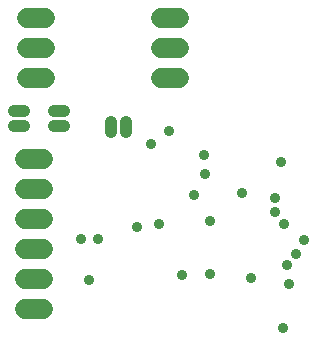
<source format=gbs>
G75*
%MOIN*%
%OFA0B0*%
%FSLAX25Y25*%
%IPPOS*%
%LPD*%
%AMOC8*
5,1,8,0,0,1.08239X$1,22.5*
%
%ADD10C,0.06506*%
%ADD11C,0.03969*%
%ADD12C,0.03575*%
D10*
X0128491Y0121850D02*
X0134396Y0121850D01*
X0134396Y0131850D02*
X0128491Y0131850D01*
X0128491Y0141850D02*
X0134396Y0141850D01*
X0134396Y0151850D02*
X0128491Y0151850D01*
X0128491Y0161850D02*
X0134396Y0161850D01*
X0134396Y0171850D02*
X0128491Y0171850D01*
X0129121Y0199094D02*
X0135026Y0199094D01*
X0135026Y0209094D02*
X0129121Y0209094D01*
X0129121Y0219094D02*
X0135026Y0219094D01*
X0174003Y0219094D02*
X0179908Y0219094D01*
X0179908Y0209094D02*
X0174003Y0209094D01*
X0174003Y0199094D02*
X0179908Y0199094D01*
D11*
X0162093Y0184204D02*
X0162093Y0180835D01*
X0157172Y0180835D02*
X0157172Y0184204D01*
X0141435Y0183012D02*
X0138066Y0183012D01*
X0138066Y0187933D02*
X0141435Y0187933D01*
X0128049Y0187933D02*
X0124681Y0187933D01*
X0124681Y0183012D02*
X0128049Y0183012D01*
D12*
X0214570Y0115449D03*
X0216538Y0130213D03*
X0215932Y0136457D03*
X0218885Y0140394D03*
X0221459Y0144976D03*
X0214948Y0150236D03*
X0211995Y0154173D03*
X0211995Y0159094D03*
X0200790Y0160724D03*
X0188373Y0166969D03*
X0188073Y0173165D03*
X0176656Y0181433D03*
X0170656Y0176811D03*
X0184727Y0159780D03*
X0190341Y0151220D03*
X0173310Y0150331D03*
X0165932Y0149252D03*
X0152940Y0145315D03*
X0147034Y0145315D03*
X0149790Y0131535D03*
X0180790Y0133402D03*
X0190341Y0133504D03*
X0203743Y0132181D03*
X0213963Y0170906D03*
M02*

</source>
